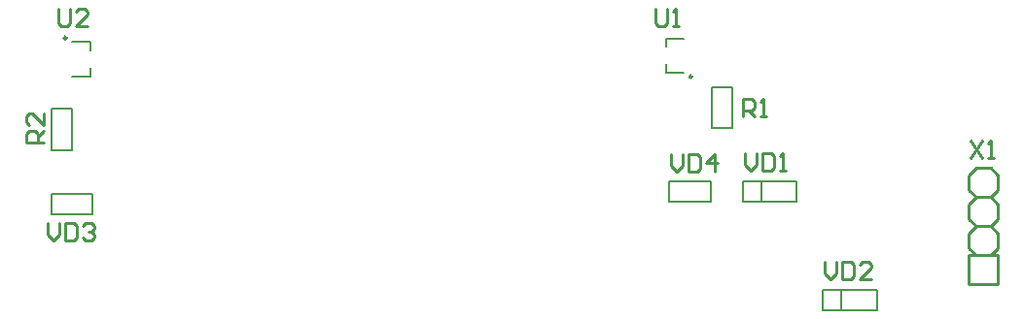
<source format=gto>
G04 Layer_Color=65535*
%FSLAX43Y43*%
%MOMM*%
G71*
G01*
G75*
%ADD17C,0.254*%
%ADD21C,0.250*%
%ADD22C,0.200*%
D17*
X106488Y3479D02*
Y6019D01*
X109028D01*
X106488Y3479D02*
X109028D01*
X106488Y6654D02*
X107123Y6019D01*
X106488Y6654D02*
Y7924D01*
X107123Y8559D01*
X108393D01*
X109028Y7924D01*
Y6654D02*
Y7924D01*
X108393Y6019D02*
X109028Y6654D01*
Y3479D02*
Y6019D01*
X108393Y8559D02*
X109028Y9194D01*
Y10464D01*
X108393Y11099D02*
X109028Y10464D01*
X107123Y11099D02*
X108393D01*
X106488Y10464D02*
X107123Y11099D01*
X106488Y9194D02*
Y10464D01*
Y9194D02*
X107123Y8559D01*
X108393Y11099D02*
X109028Y11734D01*
Y13004D01*
X108393Y13639D02*
X109028Y13004D01*
X107123Y13639D02*
X108393D01*
X106488Y13004D02*
X107123Y13639D01*
X106488Y11734D02*
Y13004D01*
Y11734D02*
X107123Y11099D01*
X86786Y18157D02*
Y19681D01*
X87548D01*
X87802Y19427D01*
Y18919D01*
X87548Y18665D01*
X86786D01*
X87294D02*
X87802Y18157D01*
X88310D02*
X88818D01*
X88564D01*
Y19681D01*
X88310Y19427D01*
X25900Y15900D02*
X24376D01*
Y16662D01*
X24630Y16916D01*
X25138D01*
X25392Y16662D01*
Y15900D01*
Y16408D02*
X25900Y16916D01*
Y18439D02*
Y17424D01*
X24884Y18439D01*
X24630D01*
X24376Y18185D01*
Y17677D01*
X24630Y17424D01*
X79231Y27528D02*
Y26259D01*
X79485Y26005D01*
X79993D01*
X80246Y26259D01*
Y27528D01*
X80754Y26005D02*
X81262D01*
X81008D01*
Y27528D01*
X80754Y27274D01*
X27174Y27521D02*
Y26251D01*
X27427Y25997D01*
X27935D01*
X28189Y26251D01*
Y27521D01*
X29713Y25997D02*
X28697D01*
X29713Y27013D01*
Y27267D01*
X29459Y27521D01*
X28951D01*
X28697Y27267D01*
X86973Y14946D02*
Y13930D01*
X87481Y13423D01*
X87988Y13930D01*
Y14946D01*
X88496D02*
Y13423D01*
X89258D01*
X89512Y13677D01*
Y14692D01*
X89258Y14946D01*
X88496D01*
X90020Y13423D02*
X90528D01*
X90274D01*
Y14946D01*
X90020Y14692D01*
X93909Y5453D02*
Y4437D01*
X94417Y3930D01*
X94925Y4437D01*
Y5453D01*
X95433D02*
Y3930D01*
X96194D01*
X96448Y4184D01*
Y5199D01*
X96194Y5453D01*
X95433D01*
X97972Y3930D02*
X96956D01*
X97972Y4945D01*
Y5199D01*
X97718Y5453D01*
X97210D01*
X96956Y5199D01*
X26308Y8843D02*
Y7827D01*
X26816Y7319D01*
X27324Y7827D01*
Y8843D01*
X27832D02*
Y7319D01*
X28593D01*
X28847Y7573D01*
Y8589D01*
X28593Y8843D01*
X27832D01*
X29355Y8589D02*
X29609Y8843D01*
X30117D01*
X30371Y8589D01*
Y8335D01*
X30117Y8081D01*
X29863D01*
X30117D01*
X30371Y7827D01*
Y7573D01*
X30117Y7319D01*
X29609D01*
X29355Y7573D01*
X80508Y14843D02*
Y13827D01*
X81016Y13319D01*
X81524Y13827D01*
Y14843D01*
X82032D02*
Y13319D01*
X82793D01*
X83047Y13573D01*
Y14589D01*
X82793Y14843D01*
X82032D01*
X84317Y13319D02*
Y14843D01*
X83555Y14081D01*
X84571D01*
X106615Y16052D02*
X107631Y14528D01*
Y16052D02*
X106615Y14528D01*
X108139D02*
X108647D01*
X108393D01*
Y16052D01*
X108139Y15798D01*
D21*
X82410Y21615D02*
G03*
X82410Y21615I-125J0D01*
G01*
X27940Y24990D02*
G03*
X27940Y24990I-125J0D01*
G01*
D22*
X84108Y17119D02*
Y20719D01*
X85908Y17119D02*
Y20719D01*
X84108Y17119D02*
X85908D01*
X84108Y20719D02*
X85908D01*
X26600Y15200D02*
Y18800D01*
X28400Y15200D02*
Y18800D01*
X26600Y15200D02*
X28400D01*
X26600Y18800D02*
X28400D01*
X80085Y21965D02*
X81685D01*
X80085D02*
Y22715D01*
Y24965D02*
X81685D01*
X80085Y24215D02*
Y24965D01*
X28415Y24640D02*
X30015D01*
Y23890D02*
Y24640D01*
X28415Y21640D02*
X30015D01*
Y22390D01*
X88408Y10719D02*
Y12519D01*
X86808D02*
X91508D01*
X86808Y10719D02*
Y12519D01*
Y10719D02*
X91508D01*
Y12519D01*
X95358Y1219D02*
Y3019D01*
X93758D02*
X98458D01*
X93758Y1219D02*
Y3019D01*
Y1219D02*
X98458D01*
Y3019D01*
X26608Y9619D02*
X30208D01*
X26608Y11419D02*
X30208D01*
Y9619D02*
Y11419D01*
X26608Y9619D02*
Y11419D01*
X84008Y10719D02*
Y12519D01*
X80408Y10719D02*
Y12519D01*
Y10719D02*
X84008D01*
X80408Y12519D02*
X84008D01*
M02*

</source>
